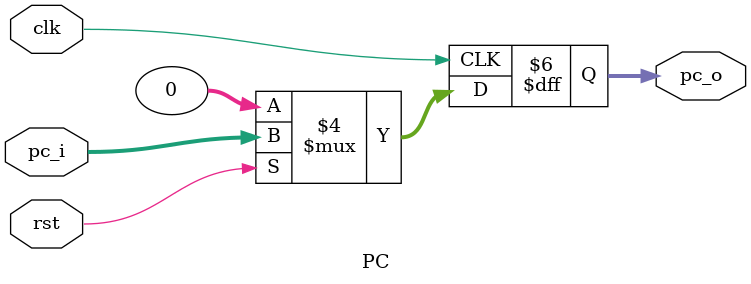
<source format=v>
`timescale 1ns / 1ps


module PC(
    input clk,
    input rst,
    input [31:0] pc_i,
    output reg [31:0] pc_o
);

always @(posedge clk ) begin
	if (~rst)
		pc_o <=32'b0;
	else
		pc_o <= pc_i;
end

endmodule

</source>
